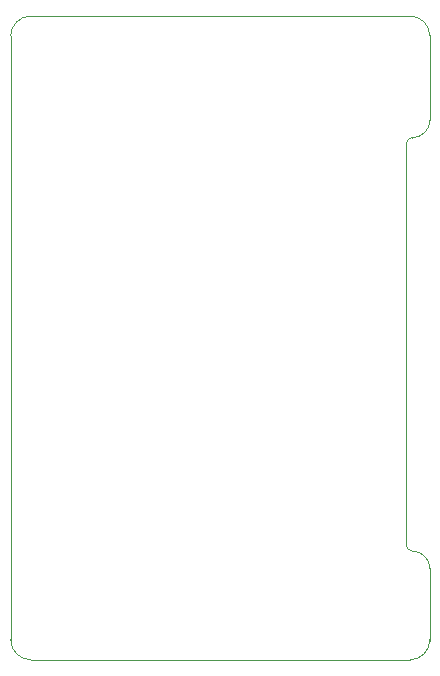
<source format=gbr>
G04*
G04 #@! TF.GenerationSoftware,Altium Limited,Altium Designer,24.1.2 (44)*
G04*
G04 Layer_Color=0*
%FSLAX44Y44*%
%MOMM*%
G71*
G04*
G04 #@! TF.SameCoordinates,BBC2EA18-74A8-411A-9B9A-F0C275BE575F*
G04*
G04*
G04 #@! TF.FilePolarity,Positive*
G04*
G01*
G75*
%ADD67C,0.0254*%
D67*
X-5000Y12000D02*
G03*
X12000Y-5000I17000J0D01*
G01*
X333000D01*
D02*
G03*
X350000Y12000I0J17000D01*
G01*
X349978Y11135D01*
Y72590D01*
D02*
G02*
X349988Y72599I10J0D01*
G01*
X350000Y72000D01*
D02*
G03*
X335000Y87000I-15000J0D01*
G01*
D02*
G02*
X330000Y92000I-0J5000D01*
G01*
Y431903D01*
X330001Y432000D01*
D02*
G02*
X334990Y437000I5000J0D01*
G01*
X335001Y437000D01*
D02*
G03*
X350001Y452000I0J15000D01*
G01*
X349999Y451758D01*
Y523987D01*
D02*
G03*
X349968Y524018I-31J0D01*
G01*
X350000Y523000D01*
D02*
G03*
X333000Y540000I-17000J0D01*
G01*
X12000D01*
D02*
G03*
X-5000Y523000I0J-17000D01*
G01*
Y12000D01*
M02*

</source>
